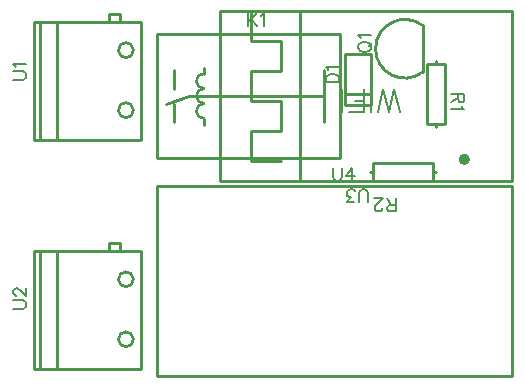
<source format=gto>
G04 Layer: TopSilkscreenLayer*
G04 EasyEDA v6.5.34, 2023-10-19 08:42:31*
G04 b67b5cfffcec474382aab84a97846f09,08f173712dbc44b08fd2a75eaeabdc68,10*
G04 Gerber Generator version 0.2*
G04 Scale: 100 percent, Rotated: No, Reflected: No *
G04 Dimensions in millimeters *
G04 leading zeros omitted , absolute positions ,4 integer and 5 decimal *
%FSLAX45Y45*%
%MOMM*%

%ADD10C,0.1524*%
%ADD11C,0.2032*%
%ADD12C,0.2540*%
%ADD13C,0.5000*%

%LPD*%
D10*
X2552278Y2554594D02*
G01*
X2661244Y2554594D01*
X2552278Y2554594D02*
G01*
X2552278Y2590916D01*
X2557358Y2606664D01*
X2567772Y2616824D01*
X2578186Y2622158D01*
X2593934Y2627238D01*
X2619842Y2627238D01*
X2635336Y2622158D01*
X2645750Y2616824D01*
X2656164Y2606664D01*
X2661244Y2590916D01*
X2661244Y2554594D01*
X2573106Y2661528D02*
G01*
X2567772Y2671942D01*
X2552278Y2687690D01*
X2661244Y2687690D01*
X1895043Y3139511D02*
G01*
X1895043Y3030545D01*
X1967687Y3139511D02*
G01*
X1895043Y3066867D01*
X1920951Y3092775D02*
G01*
X1967687Y3030545D01*
X2001977Y3118683D02*
G01*
X2012391Y3124017D01*
X2028139Y3139511D01*
X2028139Y3030545D01*
X2825277Y2845836D02*
G01*
X2830357Y2835422D01*
X2840771Y2825008D01*
X2851185Y2819674D01*
X2866933Y2814594D01*
X2892841Y2814594D01*
X2908335Y2819674D01*
X2918749Y2825008D01*
X2929163Y2835422D01*
X2934243Y2845836D01*
X2934243Y2866664D01*
X2929163Y2876824D01*
X2918749Y2887238D01*
X2908335Y2892572D01*
X2892841Y2897652D01*
X2866933Y2897652D01*
X2851185Y2892572D01*
X2840771Y2887238D01*
X2830357Y2876824D01*
X2825277Y2866664D01*
X2825277Y2845836D01*
X2913669Y2861330D02*
G01*
X2944657Y2892572D01*
X2846105Y2931942D02*
G01*
X2840771Y2942356D01*
X2825277Y2958104D01*
X2934243Y2958104D01*
X3722309Y2459995D02*
G01*
X3613343Y2459995D01*
X3722309Y2459995D02*
G01*
X3722309Y2413259D01*
X3717229Y2397765D01*
X3711895Y2392431D01*
X3701481Y2387351D01*
X3691067Y2387351D01*
X3680653Y2392431D01*
X3675573Y2397765D01*
X3670493Y2413259D01*
X3670493Y2459995D01*
X3670493Y2423673D02*
G01*
X3613343Y2387351D01*
X3701481Y2353061D02*
G01*
X3706815Y2342647D01*
X3722309Y2326899D01*
X3613343Y2326899D01*
X3140786Y1464868D02*
G01*
X3140786Y1573834D01*
X3140786Y1464868D02*
G01*
X3094050Y1464868D01*
X3078556Y1469948D01*
X3073222Y1475282D01*
X3068142Y1485696D01*
X3068142Y1496110D01*
X3073222Y1506524D01*
X3078556Y1511604D01*
X3094050Y1516684D01*
X3140786Y1516684D01*
X3104464Y1516684D02*
G01*
X3068142Y1573834D01*
X3028518Y1490776D02*
G01*
X3028518Y1485696D01*
X3023438Y1475282D01*
X3018104Y1469948D01*
X3007690Y1464868D01*
X2987116Y1464868D01*
X2976702Y1469948D01*
X2971368Y1475282D01*
X2966288Y1485696D01*
X2966288Y1496110D01*
X2971368Y1506524D01*
X2981782Y1522018D01*
X3033852Y1573834D01*
X2960954Y1573834D01*
X-94124Y2577983D02*
G01*
X-16146Y2577983D01*
X-652Y2583063D01*
X9761Y2593477D01*
X14841Y2609225D01*
X14841Y2619639D01*
X9761Y2635133D01*
X-652Y2645547D01*
X-16146Y2650627D01*
X-94124Y2650627D01*
X-73296Y2684917D02*
G01*
X-78630Y2695331D01*
X-94124Y2711079D01*
X14841Y2711079D01*
X-94124Y637987D02*
G01*
X-16146Y637987D01*
X-652Y643067D01*
X9761Y653481D01*
X14841Y669229D01*
X14841Y679643D01*
X9761Y695137D01*
X-652Y705551D01*
X-16146Y710631D01*
X-94124Y710631D01*
X-68216Y750255D02*
G01*
X-73296Y750255D01*
X-83710Y755335D01*
X-89044Y760669D01*
X-94124Y771083D01*
X-94124Y791657D01*
X-89044Y802071D01*
X-83710Y807405D01*
X-73296Y812485D01*
X-62882Y812485D01*
X-52468Y807405D01*
X-36974Y796991D01*
X14841Y744921D01*
X14841Y817819D01*
X2908292Y1543674D02*
G01*
X2908292Y1621652D01*
X2903212Y1637146D01*
X2892798Y1647560D01*
X2877050Y1652640D01*
X2866636Y1652640D01*
X2851142Y1647560D01*
X2840728Y1637146D01*
X2835648Y1621652D01*
X2835648Y1543674D01*
X2790944Y1543674D02*
G01*
X2733794Y1543674D01*
X2764782Y1585330D01*
X2749288Y1585330D01*
X2738874Y1590410D01*
X2733794Y1595490D01*
X2728460Y1611238D01*
X2728460Y1621652D01*
X2733794Y1637146D01*
X2744208Y1647560D01*
X2759702Y1652640D01*
X2775196Y1652640D01*
X2790944Y1647560D01*
X2796024Y1642480D01*
X2801358Y1632066D01*
D11*
X3176927Y2308397D02*
G01*
X3130699Y2502453D01*
X3084471Y2308397D02*
G01*
X3130699Y2502453D01*
X3084471Y2308397D02*
G01*
X3038243Y2502453D01*
X2992269Y2308397D02*
G01*
X3038243Y2502453D01*
X2931309Y2308397D02*
G01*
X2931309Y2502453D01*
X2870349Y2308397D02*
G01*
X2870349Y2502453D01*
X2870349Y2308397D02*
G01*
X2750207Y2308397D01*
X2870349Y2400853D02*
G01*
X2796435Y2400853D01*
X2689247Y2308397D02*
G01*
X2689247Y2502453D01*
D10*
X2613492Y1833514D02*
G01*
X2613492Y1755536D01*
X2618572Y1740042D01*
X2628986Y1729628D01*
X2644734Y1724548D01*
X2655148Y1724548D01*
X2670642Y1729628D01*
X2681056Y1740042D01*
X2686136Y1755536D01*
X2686136Y1833514D01*
X2772496Y1833514D02*
G01*
X2720426Y1760870D01*
X2798404Y1760870D01*
X2772496Y1833514D02*
G01*
X2772496Y1724548D01*
D12*
X2709994Y2359995D02*
G01*
X2709994Y2799994D01*
X2929994Y2359995D02*
G01*
X2929994Y2799994D01*
X2709994Y2359995D02*
G01*
X2929994Y2359995D01*
X2709994Y2799994D02*
G01*
X2929994Y2799994D01*
X2709994Y2453934D02*
G01*
X2929994Y2453934D01*
X1124996Y1914997D02*
G01*
X2674998Y1914997D01*
X1124993Y2964992D02*
G01*
X2674995Y2964992D01*
X1124991Y1914956D02*
G01*
X1124991Y2964992D01*
X2674995Y1914997D02*
G01*
X2674995Y2965033D01*
X1391996Y2439995D02*
G01*
X2535996Y2439995D01*
X2535996Y2662595D02*
G01*
X2535996Y2217394D01*
X1263995Y2376396D02*
G01*
X1263995Y2217394D01*
X1391996Y2439995D02*
G01*
X1201496Y2376495D01*
X1264107Y2662499D02*
G01*
X1263995Y2503594D01*
X1518996Y2198695D02*
G01*
X1519123Y2249495D01*
X1518996Y2630495D02*
G01*
X1518996Y2681295D01*
X3369980Y3037984D02*
G01*
X3369980Y2642003D01*
X3479993Y2713995D02*
G01*
X3479993Y2739395D01*
X3479993Y2205995D02*
G01*
X3479993Y2180595D01*
X3479993Y2713995D02*
G01*
X3556193Y2713995D01*
X3403793Y2713995D02*
G01*
X3479993Y2713995D01*
X3403793Y2205995D02*
G01*
X3403793Y2713995D01*
X3479993Y2205995D02*
G01*
X3403793Y2205995D01*
X3556193Y2205995D02*
G01*
X3479993Y2205995D01*
X3556193Y2713995D02*
G01*
X3556193Y2205995D01*
X2945993Y1799996D02*
G01*
X2920593Y1799996D01*
X3453993Y1799996D02*
G01*
X3479393Y1799996D01*
X2945993Y1799996D02*
G01*
X2945993Y1876196D01*
X2945993Y1723796D02*
G01*
X2945993Y1799996D01*
X3453993Y1723796D02*
G01*
X2945993Y1723796D01*
X3453993Y1799996D02*
G01*
X3453993Y1723796D01*
X3453993Y1876196D02*
G01*
X3453993Y1799996D01*
X2945993Y1876196D02*
G01*
X3453993Y1876196D01*
X812370Y3069983D02*
G01*
X812370Y3132782D01*
X718591Y3132782D01*
X718591Y3069983D01*
X129108Y3069983D02*
G01*
X129108Y2069983D01*
X278122Y3069983D02*
G01*
X278122Y2069983D01*
X989992Y3069983D02*
G01*
X79994Y3069983D01*
X79994Y3069983D02*
G01*
X79994Y2069983D01*
X989992Y3069983D02*
G01*
X989992Y2069983D01*
X989992Y2069983D02*
G01*
X79994Y2069983D01*
X812370Y1129987D02*
G01*
X812370Y1192786D01*
X718591Y1192786D01*
X718591Y1129987D01*
X129108Y1129987D02*
G01*
X129108Y129987D01*
X278122Y1129987D02*
G01*
X278122Y129987D01*
X989992Y1129987D02*
G01*
X79994Y1129987D01*
X79994Y1129987D02*
G01*
X79994Y129987D01*
X989992Y1129987D02*
G01*
X989992Y129987D01*
X989992Y129987D02*
G01*
X79994Y129987D01*
X2335588Y1726092D02*
G01*
X2335593Y3148492D01*
X2173592Y1891195D02*
G01*
X1919592Y1891195D01*
X1919592Y2145195D01*
X2173592Y2145195D01*
X2173592Y2399195D01*
X1919592Y2399195D01*
X1919592Y2653195D01*
X2173592Y2653195D01*
X2173592Y2907195D01*
X1919592Y2907195D01*
X1919592Y3161195D01*
X4126984Y1718985D02*
G01*
X1656986Y1718985D01*
X1656986Y3158987D01*
X4126984Y3158987D01*
X4126984Y1718985D01*
X4125097Y67198D02*
G01*
X4125097Y1680098D01*
X1119997Y1680098D02*
G01*
X1119997Y67198D01*
X4125097Y67198D01*
X4119999Y1680098D02*
G01*
X1119997Y1680098D01*
G75*
G01*
X1518996Y2503495D02*
G03*
X1518996Y2376495I0J-63500D01*
G75*
G01*
X1518996Y2376495D02*
G03*
X1518996Y2249495I0J-63500D01*
G75*
G01*
X1518996Y2630495D02*
G03*
X1518996Y2503495I0J-63500D01*
G75*
G01*
X3370108Y3038114D02*
G03*
X3370108Y2641874I-149840J-198120D01*
G75*
G01
X921812Y2827995D02*
G03X921812Y2827995I-63500J0D01*
G75*
G01
X921812Y2319995D02*
G03X921812Y2319995I-63500J0D01*
G75*
G01
X921812Y887994D02*
G03X921812Y887994I-63500J0D01*
G75*
G01
X921812Y379994D02*
G03X921812Y379994I-63500J0D01*
D13*
G75*
G01
X3746241Y1903893D02*
G03X3746241Y1903893I-23241J0D01*
M02*

</source>
